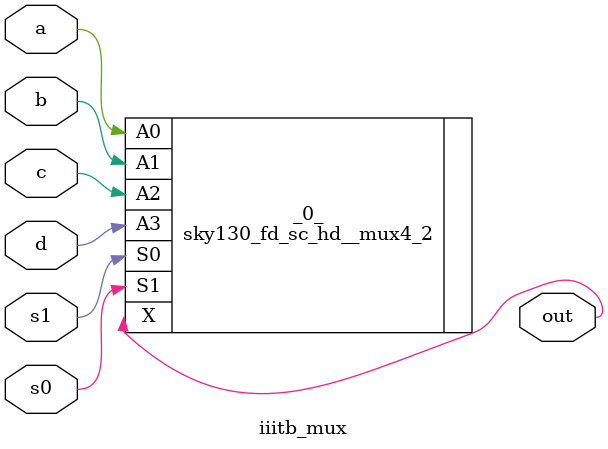
<source format=v>
/* Generated by Yosys 0.9 (git sha1 1979e0b) */

module iiitb_mux(out, a, b, c, d, s0, s1);
  input a;
  input b;
  input c;
  input d;
  output out;
  input s0;
  input s1;
  sky130_fd_sc_hd__mux4_2 _0_ (
    .A0(a),
    .A1(b),
    .A2(c),
    .A3(d),
    .S0(s1),
    .S1(s0),
    .X(out)
  );
endmodule

</source>
